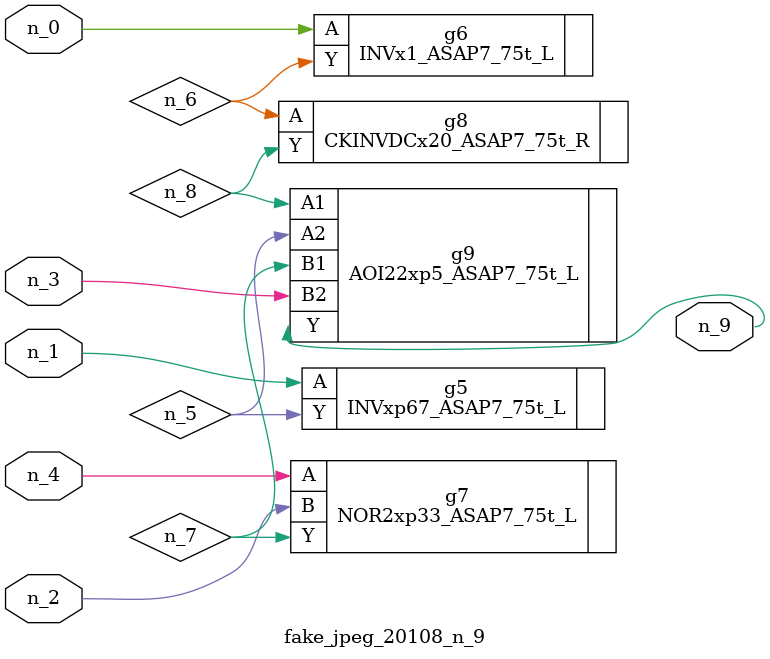
<source format=v>
module fake_jpeg_20108_n_9 (n_3, n_2, n_1, n_0, n_4, n_9);

input n_3;
input n_2;
input n_1;
input n_0;
input n_4;

output n_9;

wire n_8;
wire n_6;
wire n_5;
wire n_7;

INVxp67_ASAP7_75t_L g5 ( 
.A(n_1),
.Y(n_5)
);

INVx1_ASAP7_75t_L g6 ( 
.A(n_0),
.Y(n_6)
);

NOR2xp33_ASAP7_75t_L g7 ( 
.A(n_4),
.B(n_2),
.Y(n_7)
);

CKINVDCx20_ASAP7_75t_R g8 ( 
.A(n_6),
.Y(n_8)
);

AOI22xp5_ASAP7_75t_L g9 ( 
.A1(n_8),
.A2(n_5),
.B1(n_7),
.B2(n_3),
.Y(n_9)
);


endmodule
</source>
